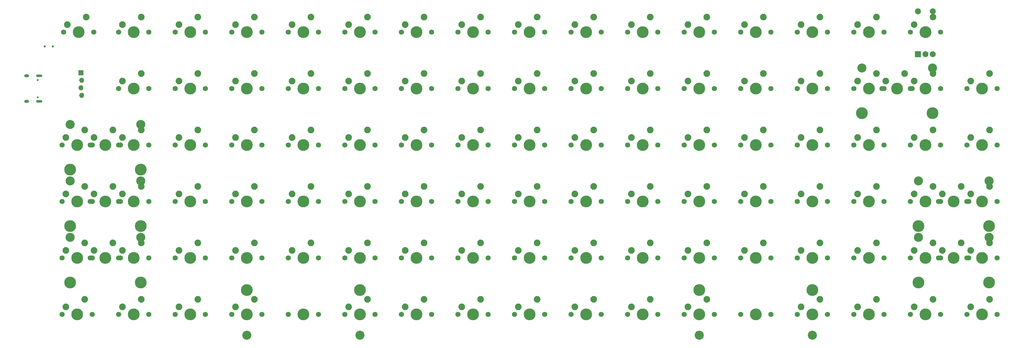
<source format=gts>
G04 #@! TF.GenerationSoftware,KiCad,Pcbnew,(5.1.10)-1*
G04 #@! TF.CreationDate,2021-08-20T10:36:40-07:00*
G04 #@! TF.ProjectId,Orthonite87_PCB,4f727468-6f6e-4697-9465-38375f504342,rev?*
G04 #@! TF.SameCoordinates,Original*
G04 #@! TF.FileFunction,Soldermask,Top*
G04 #@! TF.FilePolarity,Negative*
%FSLAX46Y46*%
G04 Gerber Fmt 4.6, Leading zero omitted, Abs format (unit mm)*
G04 Created by KiCad (PCBNEW (5.1.10)-1) date 2021-08-20 10:36:40*
%MOMM*%
%LPD*%
G01*
G04 APERTURE LIST*
%ADD10C,2.250000*%
%ADD11C,3.987800*%
%ADD12C,1.750000*%
%ADD13C,3.048000*%
%ADD14C,1.700000*%
%ADD15C,4.000000*%
%ADD16C,2.200000*%
%ADD17R,2.000000X2.000000*%
%ADD18C,2.000000*%
%ADD19C,0.650000*%
%ADD20O,2.100000X0.900000*%
%ADD21O,1.600000X1.000000*%
%ADD22C,0.750000*%
%ADD23O,1.700000X1.700000*%
%ADD24R,1.700000X1.700000*%
G04 APERTURE END LIST*
D10*
X275590000Y-123508000D03*
D11*
X273050000Y-128588000D03*
D10*
X269240000Y-126048000D03*
D12*
X267970000Y-128588000D03*
X278130000Y-128588000D03*
D10*
X332740000Y-123508000D03*
D11*
X330200000Y-128588000D03*
D10*
X326390000Y-126048000D03*
D12*
X325120000Y-128588000D03*
X335280000Y-128588000D03*
D10*
X313690000Y-123508000D03*
D11*
X311150000Y-128588000D03*
D10*
X307340000Y-126048000D03*
D12*
X306070000Y-128588000D03*
X316230000Y-128588000D03*
D10*
X294640000Y-123508000D03*
D11*
X292100000Y-128588000D03*
D10*
X288290000Y-126048000D03*
D12*
X287020000Y-128588000D03*
X297180000Y-128588000D03*
D10*
X237490000Y-123508000D03*
D11*
X234950000Y-128588000D03*
D10*
X231140000Y-126048000D03*
D12*
X229870000Y-128588000D03*
X240030000Y-128588000D03*
D10*
X218440000Y-123508000D03*
D11*
X215900000Y-128588000D03*
D10*
X212090000Y-126048000D03*
D12*
X210820000Y-128588000D03*
X220980000Y-128588000D03*
D10*
X199390000Y-123508000D03*
D11*
X196850000Y-128588000D03*
D10*
X193040000Y-126048000D03*
D12*
X191770000Y-128588000D03*
X201930000Y-128588000D03*
D10*
X180340000Y-123508000D03*
D11*
X177800000Y-128588000D03*
D10*
X173990000Y-126048000D03*
D12*
X172720000Y-128588000D03*
X182880000Y-128588000D03*
D10*
X28448000Y-28257500D03*
D11*
X25908000Y-33337500D03*
D10*
X22098000Y-30797500D03*
D12*
X20828000Y-33337500D03*
X30988000Y-33337500D03*
D10*
X161290000Y-28257500D03*
D11*
X158750000Y-33337500D03*
D10*
X154940000Y-30797500D03*
D12*
X153670000Y-33337500D03*
X163830000Y-33337500D03*
D10*
X142240000Y-28257500D03*
D11*
X139700000Y-33337500D03*
D10*
X135890000Y-30797500D03*
D12*
X134620000Y-33337500D03*
X144780000Y-33337500D03*
D10*
X123190000Y-28257500D03*
D11*
X120650000Y-33337500D03*
D10*
X116840000Y-30797500D03*
D12*
X115570000Y-33337500D03*
X125730000Y-33337500D03*
D10*
X104140000Y-28257500D03*
D11*
X101600000Y-33337500D03*
D10*
X97790000Y-30797500D03*
D12*
X96520000Y-33337500D03*
X106680000Y-33337500D03*
D10*
X85090000Y-28257500D03*
D11*
X82550000Y-33337500D03*
D10*
X78740000Y-30797500D03*
D12*
X77470000Y-33337500D03*
X87630000Y-33337500D03*
D10*
X66040000Y-28257500D03*
D11*
X63500000Y-33337500D03*
D10*
X59690000Y-30797500D03*
D12*
X58420000Y-33337500D03*
X68580000Y-33337500D03*
D10*
X46990000Y-28257500D03*
D11*
X44450000Y-33337500D03*
D10*
X40640000Y-30797500D03*
D12*
X39370000Y-33337500D03*
X49530000Y-33337500D03*
D10*
X332740000Y-47307500D03*
D11*
X330200000Y-52387500D03*
D10*
X326390000Y-49847500D03*
D12*
X325120000Y-52387500D03*
X335280000Y-52387500D03*
D10*
X161290000Y-123508000D03*
D11*
X158750000Y-128588000D03*
D10*
X154940000Y-126048000D03*
D12*
X153670000Y-128588000D03*
X163830000Y-128588000D03*
D10*
X142240000Y-123508000D03*
D11*
X139700000Y-128588000D03*
D10*
X135890000Y-126048000D03*
D12*
X134620000Y-128588000D03*
X144780000Y-128588000D03*
D10*
X123190000Y-123508000D03*
D11*
X120650000Y-128588000D03*
D10*
X116840000Y-126048000D03*
D12*
X115570000Y-128588000D03*
X125730000Y-128588000D03*
D10*
X85090000Y-123508000D03*
D11*
X82550000Y-128588000D03*
D10*
X78740000Y-126048000D03*
D12*
X77470000Y-128588000D03*
X87630000Y-128588000D03*
D10*
X66040000Y-123508000D03*
D11*
X63500000Y-128588000D03*
D10*
X59690000Y-126048000D03*
D12*
X58420000Y-128588000D03*
X68580000Y-128588000D03*
D10*
X46990000Y-123508000D03*
D11*
X44450000Y-128588000D03*
D10*
X40640000Y-126048000D03*
D12*
X39370000Y-128588000D03*
X49530000Y-128588000D03*
D10*
X27940000Y-123508000D03*
D11*
X25400000Y-128588000D03*
D10*
X21590000Y-126048000D03*
D12*
X20320000Y-128588000D03*
X30480000Y-128588000D03*
D10*
X313690000Y-104458000D03*
D11*
X311150000Y-109538000D03*
D10*
X307340000Y-106998000D03*
D12*
X306070000Y-109538000D03*
X316230000Y-109538000D03*
D10*
X294640000Y-104458000D03*
D11*
X292100000Y-109538000D03*
D10*
X288290000Y-106998000D03*
D12*
X287020000Y-109538000D03*
X297180000Y-109538000D03*
D10*
X275590000Y-104458000D03*
D11*
X273050000Y-109538000D03*
D10*
X269240000Y-106998000D03*
D12*
X267970000Y-109538000D03*
X278130000Y-109538000D03*
D10*
X256540000Y-104458000D03*
D11*
X254000000Y-109538000D03*
D10*
X250190000Y-106998000D03*
D12*
X248920000Y-109538000D03*
X259080000Y-109538000D03*
D10*
X237490000Y-104458000D03*
D11*
X234950000Y-109538000D03*
D10*
X231140000Y-106998000D03*
D12*
X229870000Y-109538000D03*
X240030000Y-109538000D03*
D10*
X218440000Y-104458000D03*
D11*
X215900000Y-109538000D03*
D10*
X212090000Y-106998000D03*
D12*
X210820000Y-109538000D03*
X220980000Y-109538000D03*
D10*
X199390000Y-104458000D03*
D11*
X196850000Y-109538000D03*
D10*
X193040000Y-106998000D03*
D12*
X191770000Y-109538000D03*
X201930000Y-109538000D03*
D10*
X180340000Y-104458000D03*
D11*
X177800000Y-109538000D03*
D10*
X173990000Y-106998000D03*
D12*
X172720000Y-109538000D03*
X182880000Y-109538000D03*
D10*
X161290000Y-104458000D03*
D11*
X158750000Y-109538000D03*
D10*
X154940000Y-106998000D03*
D12*
X153670000Y-109538000D03*
X163830000Y-109538000D03*
D10*
X142240000Y-104458000D03*
D11*
X139700000Y-109538000D03*
D10*
X135890000Y-106998000D03*
D12*
X134620000Y-109538000D03*
X144780000Y-109538000D03*
D10*
X123190000Y-104458000D03*
D11*
X120650000Y-109538000D03*
D10*
X116840000Y-106998000D03*
D12*
X115570000Y-109538000D03*
X125730000Y-109538000D03*
D10*
X104140000Y-104458000D03*
D11*
X101600000Y-109538000D03*
D10*
X97790000Y-106998000D03*
D12*
X96520000Y-109538000D03*
X106680000Y-109538000D03*
D10*
X85090000Y-104458000D03*
D11*
X82550000Y-109538000D03*
D10*
X78740000Y-106998000D03*
D12*
X77470000Y-109538000D03*
X87630000Y-109538000D03*
D10*
X66040000Y-104458000D03*
D11*
X63500000Y-109538000D03*
D10*
X59690000Y-106998000D03*
D12*
X58420000Y-109538000D03*
X68580000Y-109538000D03*
D10*
X27940000Y-104458000D03*
D11*
X25400000Y-109538000D03*
D10*
X21590000Y-106998000D03*
D12*
X20320000Y-109538000D03*
X30480000Y-109538000D03*
D10*
X332740000Y-104458000D03*
D11*
X330200000Y-109538000D03*
D10*
X326390000Y-106998000D03*
D12*
X325120000Y-109538000D03*
X335280000Y-109538000D03*
D10*
X46990000Y-104458000D03*
D11*
X44450000Y-109538000D03*
D10*
X40640000Y-106998000D03*
D12*
X39370000Y-109538000D03*
X49530000Y-109538000D03*
D10*
X313690000Y-85407500D03*
D11*
X311150000Y-90487500D03*
D10*
X307340000Y-87947500D03*
D12*
X306070000Y-90487500D03*
X316230000Y-90487500D03*
D10*
X294640000Y-85407500D03*
D11*
X292100000Y-90487500D03*
D10*
X288290000Y-87947500D03*
D12*
X287020000Y-90487500D03*
X297180000Y-90487500D03*
D10*
X275590000Y-85407500D03*
D11*
X273050000Y-90487500D03*
D10*
X269240000Y-87947500D03*
D12*
X267970000Y-90487500D03*
X278130000Y-90487500D03*
D10*
X256540000Y-85407500D03*
D11*
X254000000Y-90487500D03*
D10*
X250190000Y-87947500D03*
D12*
X248920000Y-90487500D03*
X259080000Y-90487500D03*
D10*
X237490000Y-85407500D03*
D11*
X234950000Y-90487500D03*
D10*
X231140000Y-87947500D03*
D12*
X229870000Y-90487500D03*
X240030000Y-90487500D03*
D10*
X218440000Y-85407500D03*
D11*
X215900000Y-90487500D03*
D10*
X212090000Y-87947500D03*
D12*
X210820000Y-90487500D03*
X220980000Y-90487500D03*
D10*
X199390000Y-85407500D03*
D11*
X196850000Y-90487500D03*
D10*
X193040000Y-87947500D03*
D12*
X191770000Y-90487500D03*
X201930000Y-90487500D03*
D10*
X180340000Y-85407500D03*
D11*
X177800000Y-90487500D03*
D10*
X173990000Y-87947500D03*
D12*
X172720000Y-90487500D03*
X182880000Y-90487500D03*
D10*
X161290000Y-85407500D03*
D11*
X158750000Y-90487500D03*
D10*
X154940000Y-87947500D03*
D12*
X153670000Y-90487500D03*
X163830000Y-90487500D03*
D10*
X142240000Y-85407500D03*
D11*
X139700000Y-90487500D03*
D10*
X135890000Y-87947500D03*
D12*
X134620000Y-90487500D03*
X144780000Y-90487500D03*
D10*
X123190000Y-85407500D03*
D11*
X120650000Y-90487500D03*
D10*
X116840000Y-87947500D03*
D12*
X115570000Y-90487500D03*
X125730000Y-90487500D03*
D10*
X104140000Y-85407500D03*
D11*
X101600000Y-90487500D03*
D10*
X97790000Y-87947500D03*
D12*
X96520000Y-90487500D03*
X106680000Y-90487500D03*
D10*
X85090000Y-85407500D03*
D11*
X82550000Y-90487500D03*
D10*
X78740000Y-87947500D03*
D12*
X77470000Y-90487500D03*
X87630000Y-90487500D03*
D10*
X66040000Y-85407500D03*
D11*
X63500000Y-90487500D03*
D10*
X59690000Y-87947500D03*
D12*
X58420000Y-90487500D03*
X68580000Y-90487500D03*
D10*
X27940000Y-85407500D03*
D11*
X25400000Y-90487500D03*
D10*
X21590000Y-87947500D03*
D12*
X20320000Y-90487500D03*
X30480000Y-90487500D03*
D10*
X332740000Y-85407500D03*
D11*
X330200000Y-90487500D03*
D10*
X326390000Y-87947500D03*
D12*
X325120000Y-90487500D03*
X335280000Y-90487500D03*
D10*
X46990000Y-85407500D03*
D11*
X44450000Y-90487500D03*
D10*
X40640000Y-87947500D03*
D12*
X39370000Y-90487500D03*
X49530000Y-90487500D03*
D10*
X332740000Y-66357500D03*
D11*
X330200000Y-71437500D03*
D10*
X326390000Y-68897500D03*
D12*
X325120000Y-71437500D03*
X335280000Y-71437500D03*
D10*
X313690000Y-66357500D03*
D11*
X311150000Y-71437500D03*
D10*
X307340000Y-68897500D03*
D12*
X306070000Y-71437500D03*
X316230000Y-71437500D03*
D10*
X294640000Y-66357500D03*
D11*
X292100000Y-71437500D03*
D10*
X288290000Y-68897500D03*
D12*
X287020000Y-71437500D03*
X297180000Y-71437500D03*
D10*
X275590000Y-66357500D03*
D11*
X273050000Y-71437500D03*
D10*
X269240000Y-68897500D03*
D12*
X267970000Y-71437500D03*
X278130000Y-71437500D03*
D10*
X256540000Y-66357500D03*
D11*
X254000000Y-71437500D03*
D10*
X250190000Y-68897500D03*
D12*
X248920000Y-71437500D03*
X259080000Y-71437500D03*
D10*
X237490000Y-66357500D03*
D11*
X234950000Y-71437500D03*
D10*
X231140000Y-68897500D03*
D12*
X229870000Y-71437500D03*
X240030000Y-71437500D03*
D10*
X218440000Y-66357500D03*
D11*
X215900000Y-71437500D03*
D10*
X212090000Y-68897500D03*
D12*
X210820000Y-71437500D03*
X220980000Y-71437500D03*
D10*
X199390000Y-66357500D03*
D11*
X196850000Y-71437500D03*
D10*
X193040000Y-68897500D03*
D12*
X191770000Y-71437500D03*
X201930000Y-71437500D03*
D10*
X180340000Y-66357500D03*
D11*
X177800000Y-71437500D03*
D10*
X173990000Y-68897500D03*
D12*
X172720000Y-71437500D03*
X182880000Y-71437500D03*
D10*
X161290000Y-66357500D03*
D11*
X158750000Y-71437500D03*
D10*
X154940000Y-68897500D03*
D12*
X153670000Y-71437500D03*
X163830000Y-71437500D03*
D10*
X142240000Y-66357500D03*
D11*
X139700000Y-71437500D03*
D10*
X135890000Y-68897500D03*
D12*
X134620000Y-71437500D03*
X144780000Y-71437500D03*
D10*
X123190000Y-66357500D03*
D11*
X120650000Y-71437500D03*
D10*
X116840000Y-68897500D03*
D12*
X115570000Y-71437500D03*
X125730000Y-71437500D03*
D10*
X104140000Y-66357500D03*
D11*
X101600000Y-71437500D03*
D10*
X97790000Y-68897500D03*
D12*
X96520000Y-71437500D03*
X106680000Y-71437500D03*
D10*
X85090000Y-66357500D03*
D11*
X82550000Y-71437500D03*
D10*
X78740000Y-68897500D03*
D12*
X77470000Y-71437500D03*
X87630000Y-71437500D03*
D10*
X66040000Y-66357500D03*
D11*
X63500000Y-71437500D03*
D10*
X59690000Y-68897500D03*
D12*
X58420000Y-71437500D03*
X68580000Y-71437500D03*
D10*
X27940000Y-66357500D03*
D11*
X25400000Y-71437500D03*
D10*
X21590000Y-68897500D03*
D12*
X20320000Y-71437500D03*
X30480000Y-71437500D03*
D10*
X46990000Y-66357500D03*
D11*
X44450000Y-71437500D03*
D10*
X40640000Y-68897500D03*
D12*
X39370000Y-71437500D03*
X49530000Y-71437500D03*
D10*
X294640000Y-47307500D03*
D11*
X292100000Y-52387500D03*
D10*
X288290000Y-49847500D03*
D12*
X287020000Y-52387500D03*
X297180000Y-52387500D03*
D10*
X275590000Y-47307500D03*
D11*
X273050000Y-52387500D03*
D10*
X269240000Y-49847500D03*
D12*
X267970000Y-52387500D03*
X278130000Y-52387500D03*
D10*
X256540000Y-47307500D03*
D11*
X254000000Y-52387500D03*
D10*
X250190000Y-49847500D03*
D12*
X248920000Y-52387500D03*
X259080000Y-52387500D03*
D10*
X237490000Y-47307500D03*
D11*
X234950000Y-52387500D03*
D10*
X231140000Y-49847500D03*
D12*
X229870000Y-52387500D03*
X240030000Y-52387500D03*
D10*
X218440000Y-47307500D03*
D11*
X215900000Y-52387500D03*
D10*
X212090000Y-49847500D03*
D12*
X210820000Y-52387500D03*
X220980000Y-52387500D03*
D10*
X199390000Y-47307500D03*
D11*
X196850000Y-52387500D03*
D10*
X193040000Y-49847500D03*
D12*
X191770000Y-52387500D03*
X201930000Y-52387500D03*
D10*
X180340000Y-47307500D03*
D11*
X177800000Y-52387500D03*
D10*
X173990000Y-49847500D03*
D12*
X172720000Y-52387500D03*
X182880000Y-52387500D03*
D10*
X161290000Y-47307500D03*
D11*
X158750000Y-52387500D03*
D10*
X154940000Y-49847500D03*
D12*
X153670000Y-52387500D03*
X163830000Y-52387500D03*
D10*
X142240000Y-47307500D03*
D11*
X139700000Y-52387500D03*
D10*
X135890000Y-49847500D03*
D12*
X134620000Y-52387500D03*
X144780000Y-52387500D03*
D10*
X123190000Y-47307500D03*
D11*
X120650000Y-52387500D03*
D10*
X116840000Y-49847500D03*
D12*
X115570000Y-52387500D03*
X125730000Y-52387500D03*
D10*
X104140000Y-47307500D03*
D11*
X101600000Y-52387500D03*
D10*
X97790000Y-49847500D03*
D12*
X96520000Y-52387500D03*
X106680000Y-52387500D03*
D10*
X85090000Y-47307500D03*
D11*
X82550000Y-52387500D03*
D10*
X78740000Y-49847500D03*
D12*
X77470000Y-52387500D03*
X87630000Y-52387500D03*
D10*
X66040000Y-47307500D03*
D11*
X63500000Y-52387500D03*
D10*
X59690000Y-49847500D03*
D12*
X58420000Y-52387500D03*
X68580000Y-52387500D03*
D10*
X46990000Y-47307500D03*
D11*
X44450000Y-52387500D03*
D10*
X40640000Y-49847500D03*
D12*
X39370000Y-52387500D03*
X49530000Y-52387500D03*
D10*
X313690000Y-47307500D03*
D11*
X311150000Y-52387500D03*
D10*
X307340000Y-49847500D03*
D12*
X306070000Y-52387500D03*
X316230000Y-52387500D03*
D10*
X294640000Y-28257500D03*
D11*
X292100000Y-33337500D03*
D10*
X288290000Y-30797500D03*
D12*
X287020000Y-33337500D03*
X297180000Y-33337500D03*
D10*
X275590000Y-28257500D03*
D11*
X273050000Y-33337500D03*
D10*
X269240000Y-30797500D03*
D12*
X267970000Y-33337500D03*
X278130000Y-33337500D03*
D10*
X256540000Y-28257500D03*
D11*
X254000000Y-33337500D03*
D10*
X250190000Y-30797500D03*
D12*
X248920000Y-33337500D03*
X259080000Y-33337500D03*
D10*
X237490000Y-28257500D03*
D11*
X234950000Y-33337500D03*
D10*
X231140000Y-30797500D03*
D12*
X229870000Y-33337500D03*
X240030000Y-33337500D03*
D10*
X218440000Y-28257500D03*
D11*
X215900000Y-33337500D03*
D10*
X212090000Y-30797500D03*
D12*
X210820000Y-33337500D03*
X220980000Y-33337500D03*
D10*
X199390000Y-28257500D03*
D11*
X196850000Y-33337500D03*
D10*
X193040000Y-30797500D03*
D12*
X191770000Y-33337500D03*
X201930000Y-33337500D03*
D10*
X180340000Y-28257500D03*
D11*
X177800000Y-33337500D03*
D10*
X173990000Y-30797500D03*
D12*
X172720000Y-33337500D03*
X182880000Y-33337500D03*
D11*
X254000000Y-128588000D03*
D12*
X248920000Y-128588000D03*
X259080000Y-128588000D03*
D13*
X234950000Y-135573000D03*
X273050000Y-135573000D03*
D11*
X234950000Y-120333000D03*
X273050000Y-120333000D03*
X101600000Y-128588000D03*
D12*
X96520000Y-128588000D03*
X106680000Y-128588000D03*
D13*
X82550000Y-135573000D03*
X120650000Y-135573000D03*
D11*
X82550000Y-120333000D03*
X120650000Y-120333000D03*
D10*
X323215000Y-104458000D03*
D11*
X320675000Y-109538000D03*
D10*
X316865000Y-106998000D03*
D12*
X315595000Y-109538000D03*
X325755000Y-109538000D03*
D13*
X308768750Y-102553000D03*
X332581250Y-102553000D03*
D11*
X308768750Y-117793000D03*
X332581250Y-117793000D03*
D10*
X37465000Y-104458000D03*
D11*
X34925000Y-109538000D03*
D10*
X31115000Y-106998000D03*
D12*
X29845000Y-109538000D03*
X40005000Y-109538000D03*
D13*
X23018750Y-102553000D03*
X46831250Y-102553000D03*
D11*
X23018750Y-117793000D03*
X46831250Y-117793000D03*
D10*
X323215000Y-85407500D03*
D11*
X320675000Y-90487500D03*
D10*
X316865000Y-87947500D03*
D12*
X315595000Y-90487500D03*
X325755000Y-90487500D03*
D13*
X308768750Y-83502500D03*
X332581250Y-83502500D03*
D11*
X308768750Y-98742500D03*
X332581250Y-98742500D03*
D10*
X37465000Y-85407500D03*
D11*
X34925000Y-90487500D03*
D10*
X31115000Y-87947500D03*
D12*
X29845000Y-90487500D03*
X40005000Y-90487500D03*
D13*
X23018750Y-83502500D03*
X46831250Y-83502500D03*
D11*
X23018750Y-98742500D03*
X46831250Y-98742500D03*
D10*
X37465000Y-66357500D03*
D11*
X34925000Y-71437500D03*
D10*
X31115000Y-68897500D03*
D12*
X29845000Y-71437500D03*
X40005000Y-71437500D03*
D13*
X23018750Y-64452500D03*
X46831250Y-64452500D03*
D11*
X23018750Y-79692500D03*
X46831250Y-79692500D03*
D10*
X304165000Y-47307500D03*
D11*
X301625000Y-52387500D03*
D10*
X297815000Y-49847500D03*
D12*
X296545000Y-52387500D03*
X306705000Y-52387500D03*
D13*
X289718750Y-45402500D03*
X313531250Y-45402500D03*
D11*
X289718750Y-60642500D03*
X313531250Y-60642500D03*
D14*
X316290000Y-33317500D03*
X306130000Y-33317500D03*
D15*
X311210000Y-33317500D03*
D16*
X307400000Y-30777500D03*
X313750000Y-28237500D03*
D17*
X308650000Y-40737500D03*
D18*
X311150000Y-40737500D03*
X313650000Y-40737500D03*
X308650000Y-26237500D03*
X313650000Y-26237500D03*
D19*
X12128800Y-49497500D03*
X12128800Y-55277500D03*
D20*
X12628800Y-48067500D03*
X12628800Y-56707500D03*
D21*
X8448800Y-48067500D03*
X8448800Y-56707500D03*
D22*
X14500000Y-38100000D03*
X17250000Y-38100000D03*
D23*
X26924000Y-54610000D03*
X26670000Y-52070000D03*
X26924000Y-49530000D03*
D24*
X26670000Y-46990000D03*
M02*

</source>
